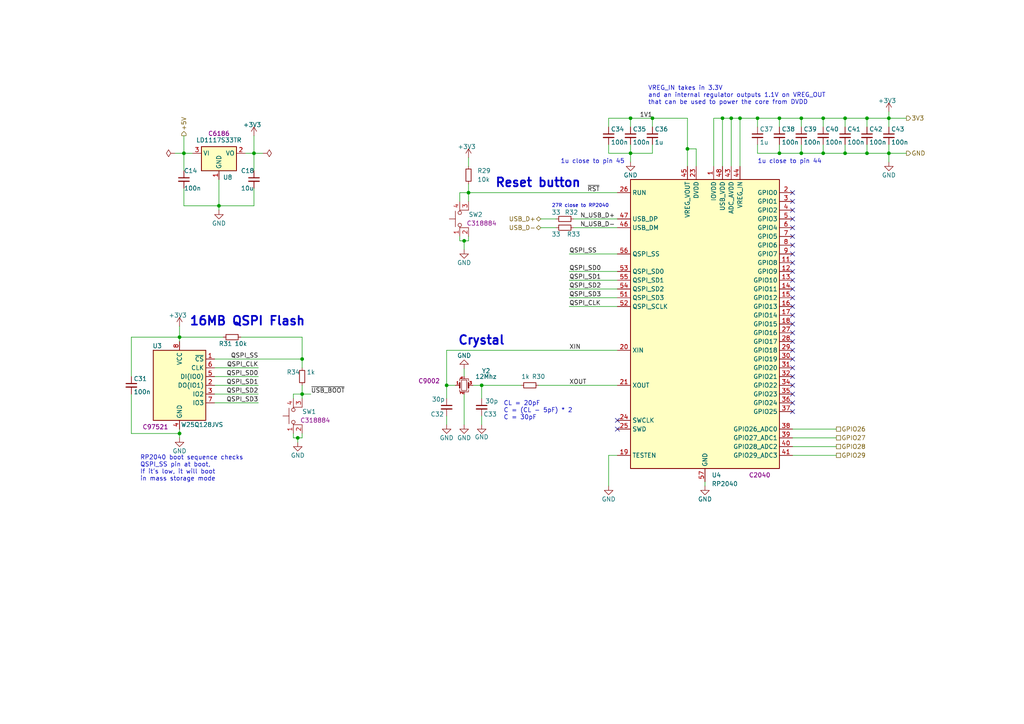
<source format=kicad_sch>
(kicad_sch (version 20230121) (generator eeschema)
  (paper "A4")
  (title_block (title "RP2040 - Volumer") (date "2023-11-13") (rev "1.0") (company "Jonas S."))
  (lib_symbols
    (symbol "Device:C_Small" (pin_numbers hide) (pin_names (offset 0.254) hide)
      (property "Reference" "C" (at 0.254 1.778 0))
      (property "Value" "C_Small" (at 0.254 -2.032 0))
      (symbol "C_Small_0_1"
        (polyline (pts (xy -1.524 -0.508) (xy 1.524 -0.508)) (stroke (width 0.3302)))
        (polyline (pts (xy -1.524 0.508) (xy 1.524 0.508)) (stroke (width 0.3048)))
      )
      (symbol "C_Small_1_1"
        (pin passive line (at 0 2.54 270) (length 2.032) (name "~") (number "1"))
        (pin passive line (at 0 -2.54 90) (length 2.032) (name "~") (number "2"))
      )
    )
    (symbol "Device:Crystal_GND24_Small" (pin_names (offset 1.016) hide)
      (property "Reference" "Y" (at 1.27 4.445 0))
      (property "Value" "Crystal_GND24_Small" (at 1.27 2.54 0))
      (symbol "Crystal_GND24_Small_0_1"
        (rectangle (start -0.762 -1.524) (end 0.762 1.524))
        (polyline (pts (xy -1.27 -0.762) (xy -1.27 0.762)) (stroke (width 0.381)))
        (polyline (pts (xy 1.27 -0.762) (xy 1.27 0.762)) (stroke (width 0.381)))
        (polyline (pts (xy -1.27 -1.27) (xy -1.27 -1.905) (xy 1.27 -1.905) (xy 1.27 -1.27)))
        (polyline (pts (xy -1.27 1.27) (xy -1.27 1.905) (xy 1.27 1.905) (xy 1.27 1.27)))
      )
      (symbol "Crystal_GND24_Small_1_1"
        (pin passive line (at -2.54 0 0) (length 1.27) (name "1") (number "1"))
        (pin passive line (at 0 -2.54 90) (length 0.635) (name "2") (number "2"))
        (pin passive line (at 2.54 0 180) (length 1.27) (name "3") (number "3"))
        (pin passive line (at 0 2.54 270) (length 0.635) (name "4") (number "4"))
      )
    )
    (symbol "Device:R_Small" (pin_numbers hide) (pin_names (offset 0.254) hide)
      (property "Reference" "R" (at 0.762 0.508 0))
      (property "Value" "R_Small" (at 0.762 -1.016 0))
      (symbol "R_Small_0_1"
        (rectangle (start -0.762 1.778) (end 0.762 -1.778) (stroke (width 0.2032)))
      )
      (symbol "R_Small_1_1"
        (pin passive line (at 0 2.54 270) (length 0.762) (name "~") (number "1"))
        (pin passive line (at 0 -2.54 90) (length 0.762) (name "~") (number "2"))
      )
    )
    (symbol "MCU_RaspberryPi:RP2040"
      (property "Reference" "U" (at 17.78 45.72 0))
      (property "Value" "RP2040" (at 17.78 43.18 0))
      (symbol "RP2040_0_1"
        (rectangle (start -21.59 41.91) (end 21.59 -41.91) (stroke (width 0.254)) (fill (type background)))
      )
      (symbol "RP2040_1_1"
        (pin power_in line (at 2.54 45.72 270) (length 3.81) (name "IOVDD") (number "1"))
        (pin passive line (at 2.54 45.72 270) (length 3.81) hide (name "IOVDD") (number "10"))
        (pin bidirectional line (at 25.4 17.78 180) (length 3.81) (name "GPIO8") (number "11"))
        (pin bidirectional line (at 25.4 15.24 180) (length 3.81) (name "GPIO9") (number "12"))
        (pin bidirectional line (at 25.4 12.7 180) (length 3.81) (name "GPIO10") (number "13"))
        (pin bidirectional line (at 25.4 10.16 180) (length 3.81) (name "GPIO11") (number "14"))
        (pin bidirectional line (at 25.4 7.62 180) (length 3.81) (name "GPIO12") (number "15"))
        (pin bidirectional line (at 25.4 5.08 180) (length 3.81) (name "GPIO13") (number "16"))
        (pin bidirectional line (at 25.4 2.54 180) (length 3.81) (name "GPIO14") (number "17"))
        (pin bidirectional line (at 25.4 0 180) (length 3.81) (name "GPIO15") (number "18"))
        (pin input line (at -25.4 -38.1 0) (length 3.81) (name "TESTEN") (number "19"))
        (pin bidirectional line (at 25.4 38.1 180) (length 3.81) (name "GPIO0") (number "2"))
        (pin input line (at -25.4 -7.62 0) (length 3.81) (name "XIN") (number "20"))
        (pin passive line (at -25.4 -17.78 0) (length 3.81) (name "XOUT") (number "21"))
        (pin passive line (at 2.54 45.72 270) (length 3.81) hide (name "IOVDD") (number "22"))
        (pin power_in line (at -2.54 45.72 270) (length 3.81) (name "DVDD") (number "23"))
        (pin input line (at -25.4 -27.94 0) (length 3.81) (name "SWCLK") (number "24"))
        (pin bidirectional line (at -25.4 -30.48 0) (length 3.81) (name "SWD") (number "25"))
        (pin input line (at -25.4 38.1 0) (length 3.81) (name "RUN") (number "26"))
        (pin bidirectional line (at 25.4 -2.54 180) (length 3.81) (name "GPIO16") (number "27"))
        (pin bidirectional line (at 25.4 -5.08 180) (length 3.81) (name "GPIO17") (number "28"))
        (pin bidirectional line (at 25.4 -7.62 180) (length 3.81) (name "GPIO18") (number "29"))
        (pin bidirectional line (at 25.4 35.56 180) (length 3.81) (name "GPIO1") (number "3"))
        (pin bidirectional line (at 25.4 -10.16 180) (length 3.81) (name "GPIO19") (number "30"))
        (pin bidirectional line (at 25.4 -12.7 180) (length 3.81) (name "GPIO20") (number "31"))
        (pin bidirectional line (at 25.4 -15.24 180) (length 3.81) (name "GPIO21") (number "32"))
        (pin passive line (at 2.54 45.72 270) (length 3.81) hide (name "IOVDD") (number "33"))
        (pin bidirectional line (at 25.4 -17.78 180) (length 3.81) (name "GPIO22") (number "34"))
        (pin bidirectional line (at 25.4 -20.32 180) (length 3.81) (name "GPIO23") (number "35"))
        (pin bidirectional line (at 25.4 -22.86 180) (length 3.81) (name "GPIO24") (number "36"))
        (pin bidirectional line (at 25.4 -25.4 180) (length 3.81) (name "GPIO25") (number "37"))
        (pin bidirectional line (at 25.4 -30.48 180) (length 3.81) (name "GPIO26_ADC0") (number "38"))
        (pin bidirectional line (at 25.4 -33.02 180) (length 3.81) (name "GPIO27_ADC1") (number "39"))
        (pin bidirectional line (at 25.4 33.02 180) (length 3.81) (name "GPIO2") (number "4"))
        (pin bidirectional line (at 25.4 -35.56 180) (length 3.81) (name "GPIO28_ADC2") (number "40"))
        (pin bidirectional line (at 25.4 -38.1 180) (length 3.81) (name "GPIO29_ADC3") (number "41"))
        (pin passive line (at 2.54 45.72 270) (length 3.81) hide (name "IOVDD") (number "42"))
        (pin power_in line (at 7.62 45.72 270) (length 3.81) (name "ADC_AVDD") (number "43"))
        (pin power_in line (at 10.16 45.72 270) (length 3.81) (name "VREG_IN") (number "44"))
        (pin power_out line (at -5.08 45.72 270) (length 3.81) (name "VREG_VOUT") (number "45"))
        (pin bidirectional line (at -25.4 27.94 0) (length 3.81) (name "USB_DM") (number "46"))
        (pin bidirectional line (at -25.4 30.48 0) (length 3.81) (name "USB_DP") (number "47"))
        (pin power_in line (at 5.08 45.72 270) (length 3.81) (name "USB_VDD") (number "48"))
        (pin passive line (at 2.54 45.72 270) (length 3.81) hide (name "IOVDD") (number "49"))
        (pin bidirectional line (at 25.4 30.48 180) (length 3.81) (name "GPIO3") (number "5"))
        (pin passive line (at -2.54 45.72 270) (length 3.81) hide (name "DVDD") (number "50"))
        (pin bidirectional line (at -25.4 7.62 0) (length 3.81) (name "QSPI_SD3") (number "51"))
        (pin output line (at -25.4 5.08 0) (length 3.81) (name "QSPI_SCLK") (number "52"))
        (pin bidirectional line (at -25.4 15.24 0) (length 3.81) (name "QSPI_SD0") (number "53"))
        (pin bidirectional line (at -25.4 10.16 0) (length 3.81) (name "QSPI_SD2") (number "54"))
        (pin bidirectional line (at -25.4 12.7 0) (length 3.81) (name "QSPI_SD1") (number "55"))
        (pin bidirectional line (at -25.4 20.32 0) (length 3.81) (name "QSPI_SS") (number "56"))
        (pin power_in line (at 0 -45.72 90) (length 3.81) (name "GND") (number "57"))
        (pin bidirectional line (at 25.4 27.94 180) (length 3.81) (name "GPIO4") (number "6"))
        (pin bidirectional line (at 25.4 25.4 180) (length 3.81) (name "GPIO5") (number "7"))
        (pin bidirectional line (at 25.4 22.86 180) (length 3.81) (name "GPIO6") (number "8"))
        (pin bidirectional line (at 25.4 20.32 180) (length 3.81) (name "GPIO7") (number "9"))
      )
    )
    (symbol "Memory_Flash:W25Q128JVS"
      (property "Reference" "U" (at -8.89 8.89 0))
      (property "Value" "W25Q128JVS" (at 7.62 8.89 0))
      (symbol "W25Q128JVS_0_1"
        (rectangle (start -7.62 10.16) (end 7.62 -10.16) (stroke (width 0.254)) (fill (type background)))
      )
      (symbol "W25Q128JVS_1_1"
        (pin input line (at -10.16 7.62 0) (length 2.54) (name "~{CS}") (number "1"))
        (pin bidirectional line (at -10.16 0 0) (length 2.54) (name "DO(IO1)") (number "2"))
        (pin bidirectional line (at -10.16 -2.54 0) (length 2.54) (name "IO2") (number "3"))
        (pin power_in line (at 0 -12.7 90) (length 2.54) (name "GND") (number "4"))
        (pin bidirectional line (at -10.16 2.54 0) (length 2.54) (name "DI(IO0)") (number "5"))
        (pin input line (at -10.16 5.08 0) (length 2.54) (name "CLK") (number "6"))
        (pin bidirectional line (at -10.16 -5.08 0) (length 2.54) (name "IO3") (number "7"))
        (pin power_in line (at 0 12.7 270) (length 2.54) (name "VCC") (number "8"))
      )
    )
    (symbol "Regulator_Linear:LD1117S33TR_SOT223"
      (property "Reference" "U" (at -3.81 3.175 0))
      (property "Value" "LD1117S33TR_SOT223" (at 0 3.175 0))
      (symbol "LD1117S33TR_SOT223_0_1"
        (rectangle (start -5.08 -5.08) (end 5.08 1.905) (stroke (width 0.254)) (fill (type background)))
      )
      (symbol "LD1117S33TR_SOT223_1_1"
        (pin power_in line (at 0 -7.62 90) (length 2.54) (name "GND") (number "1"))
        (pin power_out line (at 7.62 0 180) (length 2.54) (name "VO") (number "2"))
        (pin power_in line (at -7.62 0 0) (length 2.54) (name "VI") (number "3"))
      )
    )
    (symbol "Switch:SW_MEC_5E" (pin_names (offset 1.016) hide)
      (property "Reference" "SW" (at 0.635 5.715 0))
      (property "Value" "SW_MEC_5E" (at 0 -3.175 0))
      (symbol "SW_MEC_5E_0_1"
        (circle (center -1.778 2.54) (radius 0.508))
        (polyline (pts (xy -2.286 3.81) (xy 2.286 3.81)))
        (polyline (pts (xy 0 3.81) (xy 0 5.588)))
        (polyline (pts (xy -2.54 0) (xy -2.54 2.54) (xy -2.286 2.54)))
        (polyline (pts (xy 2.54 0) (xy 2.54 2.54) (xy 2.286 2.54)))
        (circle (center 1.778 2.54) (radius 0.508))
        (pin passive line (at -5.08 2.54 0) (length 2.54) (name "1") (number "1"))
        (pin passive line (at -5.08 0 0) (length 2.54) (name "2") (number "2"))
        (pin passive line (at 5.08 0 180) (length 2.54) (name "K") (number "3"))
        (pin passive line (at 5.08 2.54 180) (length 2.54) (name "A") (number "4"))
      )
    )
    (symbol "power:+3V3" (power) (pin_names (offset 0))
      (property "Value" "+3V3" (at 0 3.556 0))
      (symbol "+3V3_0_1"
        (polyline (pts (xy -0.762 1.27) (xy 0 2.54)))
        (polyline (pts (xy 0 0) (xy 0 2.54)))
        (polyline (pts (xy 0 2.54) (xy 0.762 1.27)))
      )
      (symbol "+3V3_1_1"
        (pin power_in line (at 0 0 90) (length 0) hide (name "+3V3") (number "1"))
      )
    )
    (symbol "power:GND" (power) (pin_names (offset 0))
      (property "Value" "GND" (at 0 -3.81 0))
      (symbol "GND_0_1"
        (polyline (pts (xy 0 0) (xy 0 -1.27) (xy 1.27 -1.27) (xy 0 -2.54) (xy -1.27 -1.27) (xy 0 -1.27)))
      )
      (symbol "GND_1_1"
        (pin power_in line (at 0 0 270) (length 0) hide (name "GND") (number "1"))
      )
    )
    (symbol "power:PWR_FLAG" (power) (pin_numbers hide) (pin_names (offset 0) hide)
      (property "Value" "PWR_FLAG" (at 0 3.81 0))
      (symbol "PWR_FLAG_0_0"
        (pin power_out line (at 0 0 90) (length 0) (name "pwr") (number "1"))
      )
      (symbol "PWR_FLAG_0_1"
        (polyline (pts (xy 0 0) (xy 0 1.27) (xy -1.016 1.905) (xy 0 2.54) (xy 1.016 1.905) (xy 0 1.27)))
      )
    )
  )
  (junction (at 238.76 34.29))
  (junction (at 86.36 127))
  (junction (at 182.88 44.45))
  (junction (at 226.06 34.29))
  (junction (at 53.34 44.45))
  (junction (at 52.07 97.79))
  (junction (at 245.11 44.45))
  (junction (at 63.5 59.69))
  (junction (at 219.71 34.29))
  (junction (at 73.66 44.45))
  (junction (at 87.63 114.3))
  (junction (at 257.81 34.29))
  (junction (at 87.63 104.14))
  (junction (at 214.63 34.29))
  (junction (at 212.09 34.29))
  (junction (at 238.76 44.45))
  (junction (at 209.55 34.29))
  (junction (at 232.41 44.45))
  (junction (at 182.88 34.29))
  (junction (at 232.41 34.29))
  (junction (at 257.81 44.45))
  (junction (at 251.46 34.29))
  (junction (at 251.46 44.45))
  (junction (at 134.62 69.85))
  (junction (at 226.06 44.45))
  (junction (at 52.07 125.73))
  (junction (at 189.23 34.29))
  (junction (at 135.89 55.88))
  (junction (at 245.11 34.29))
  (junction (at 199.39 43.18))
  (junction (at 129.54 111.76))
  (junction (at 139.7 111.76))
  (no_connect (at 179.07 124.46))
  (no_connect (at 229.87 114.3))
  (no_connect (at 229.87 63.5))
  (no_connect (at 229.87 58.42))
  (no_connect (at 229.87 93.98))
  (no_connect (at 229.87 91.44))
  (no_connect (at 229.87 96.52))
  (no_connect (at 229.87 106.68))
  (no_connect (at 229.87 73.66))
  (no_connect (at 229.87 109.22))
  (no_connect (at 229.87 99.06))
  (no_connect (at 229.87 86.36))
  (no_connect (at 229.87 60.96))
  (no_connect (at 179.07 121.92))
  (no_connect (at 229.87 71.12))
  (no_connect (at 229.87 111.76))
  (no_connect (at 229.87 66.04))
  (no_connect (at 229.87 101.6))
  (no_connect (at 229.87 81.28))
  (no_connect (at 229.87 78.74))
  (no_connect (at 229.87 116.84))
  (no_connect (at 229.87 119.38))
  (no_connect (at 229.87 55.88))
  (no_connect (at 229.87 104.14))
  (no_connect (at 229.87 83.82))
  (no_connect (at 229.87 88.9))
  (no_connect (at 229.87 76.2))
  (no_connect (at 229.87 68.58))
  (wire (pts (xy 63.5 59.69) (xy 63.5 60.96)))
  (wire (pts (xy 74.93 106.68) (xy 62.23 106.68)))
  (wire (pts (xy 166.37 63.5) (xy 179.07 63.5)))
  (wire (pts (xy 63.5 52.07) (xy 63.5 59.69)))
  (wire (pts (xy 73.66 59.69) (xy 63.5 59.69)))
  (wire (pts (xy 156.845 63.5) (xy 161.29 63.5)))
  (wire (pts (xy 207.01 34.29) (xy 209.55 34.29)))
  (wire (pts (xy 189.23 44.45) (xy 182.88 44.45)))
  (wire (pts (xy 134.62 69.85) (xy 133.35 69.85)))
  (wire (pts (xy 232.41 34.29) (xy 238.76 34.29)))
  (wire (pts (xy 73.66 54.61) (xy 73.66 59.69)))
  (wire (pts (xy 182.88 34.29) (xy 182.88 36.83)))
  (wire (pts (xy 135.89 68.58) (xy 135.89 69.85)))
  (wire (pts (xy 87.63 111.76) (xy 87.63 114.3)))
  (wire (pts (xy 199.39 43.18) (xy 199.39 34.29)))
  (wire (pts (xy 137.16 111.76) (xy 139.7 111.76)))
  (wire (pts (xy 245.11 41.91) (xy 245.11 44.45)))
  (wire (pts (xy 219.71 34.29) (xy 226.06 34.29)))
  (wire (pts (xy 257.81 44.45) (xy 262.89 44.45)))
  (wire (pts (xy 257.81 32.385) (xy 257.81 34.29)))
  (wire (pts (xy 87.63 114.3) (xy 85.09 114.3)))
  (wire (pts (xy 53.34 59.69) (xy 63.5 59.69)))
  (wire (pts (xy 165.1 83.82) (xy 179.07 83.82)))
  (wire (pts (xy 74.93 109.22) (xy 62.23 109.22)))
  (wire (pts (xy 74.93 114.3) (xy 62.23 114.3)))
  (wire (pts (xy 135.89 69.85) (xy 134.62 69.85)))
  (wire (pts (xy 53.34 54.61) (xy 53.34 59.69)))
  (wire (pts (xy 201.93 43.18) (xy 199.39 43.18)))
  (wire (pts (xy 129.54 111.76) (xy 132.08 111.76)))
  (wire (pts (xy 226.06 34.29) (xy 226.06 36.83)))
  (wire (pts (xy 74.93 111.76) (xy 62.23 111.76)))
  (wire (pts (xy 229.87 132.08) (xy 242.57 132.08)))
  (wire (pts (xy 85.09 114.3) (xy 85.09 115.57)))
  (wire (pts (xy 212.09 34.29) (xy 214.63 34.29)))
  (wire (pts (xy 176.53 132.08) (xy 176.53 140.97)))
  (wire (pts (xy 38.1 114.3) (xy 38.1 125.73)))
  (wire (pts (xy 87.63 114.3) (xy 90.17 114.3)))
  (wire (pts (xy 257.81 34.29) (xy 262.89 34.29)))
  (wire (pts (xy 229.87 124.46) (xy 242.57 124.46)))
  (wire (pts (xy 199.39 48.26) (xy 199.39 43.18)))
  (wire (pts (xy 212.09 48.26) (xy 212.09 34.29)))
  (wire (pts (xy 207.01 48.26) (xy 207.01 34.29)))
  (wire (pts (xy 62.23 104.14) (xy 87.63 104.14)))
  (wire (pts (xy 74.93 116.84) (xy 62.23 116.84)))
  (wire (pts (xy 229.87 129.54) (xy 242.57 129.54)))
  (wire (pts (xy 38.1 97.79) (xy 38.1 109.22)))
  (wire (pts (xy 245.11 34.29) (xy 251.46 34.29)))
  (wire (pts (xy 214.63 34.29) (xy 219.71 34.29)))
  (wire (pts (xy 87.63 104.14) (xy 87.63 106.68)))
  (wire (pts (xy 134.62 106.934) (xy 134.62 109.22)))
  (wire (pts (xy 214.63 34.29) (xy 214.63 48.26)))
  (wire (pts (xy 50.8 44.45) (xy 53.34 44.45)))
  (wire (pts (xy 52.07 97.79) (xy 38.1 97.79)))
  (wire (pts (xy 226.06 41.91) (xy 226.06 44.45)))
  (wire (pts (xy 189.23 34.29) (xy 189.23 36.83)))
  (wire (pts (xy 204.47 139.7) (xy 204.47 140.97)))
  (wire (pts (xy 52.07 94.615) (xy 52.07 97.79)))
  (wire (pts (xy 165.1 88.9) (xy 179.07 88.9)))
  (wire (pts (xy 245.11 44.45) (xy 251.46 44.45)))
  (wire (pts (xy 129.54 115.57) (xy 129.54 111.76)))
  (wire (pts (xy 189.23 41.91) (xy 189.23 44.45)))
  (wire (pts (xy 135.89 55.88) (xy 179.07 55.88)))
  (wire (pts (xy 129.54 101.6) (xy 129.54 111.76)))
  (wire (pts (xy 238.76 41.91) (xy 238.76 44.45)))
  (wire (pts (xy 232.41 34.29) (xy 226.06 34.29)))
  (wire (pts (xy 165.1 78.74) (xy 179.07 78.74)))
  (wire (pts (xy 251.46 34.29) (xy 257.81 34.29)))
  (wire (pts (xy 156.845 66.04) (xy 161.29 66.04)))
  (wire (pts (xy 176.53 34.29) (xy 182.88 34.29)))
  (wire (pts (xy 232.41 44.45) (xy 226.06 44.45)))
  (wire (pts (xy 139.7 111.76) (xy 139.7 115.57)))
  (wire (pts (xy 176.53 41.91) (xy 176.53 44.45)))
  (wire (pts (xy 135.89 53.34) (xy 135.89 55.88)))
  (wire (pts (xy 245.11 34.29) (xy 245.11 36.83)))
  (wire (pts (xy 229.87 127) (xy 242.57 127)))
  (wire (pts (xy 251.46 41.91) (xy 251.46 44.45)))
  (wire (pts (xy 209.55 34.29) (xy 209.55 48.26)))
  (wire (pts (xy 139.7 111.76) (xy 151.13 111.76)))
  (wire (pts (xy 87.63 125.73) (xy 87.63 127)))
  (wire (pts (xy 232.41 41.91) (xy 232.41 44.45)))
  (wire (pts (xy 53.34 44.45) (xy 53.34 49.53)))
  (wire (pts (xy 165.1 81.28) (xy 179.07 81.28)))
  (wire (pts (xy 87.63 97.79) (xy 87.63 104.14)))
  (wire (pts (xy 209.55 34.29) (xy 212.09 34.29)))
  (wire (pts (xy 52.07 97.79) (xy 52.07 99.06)))
  (wire (pts (xy 133.35 55.88) (xy 135.89 55.88)))
  (wire (pts (xy 156.21 111.76) (xy 179.07 111.76)))
  (wire (pts (xy 69.85 97.79) (xy 87.63 97.79)))
  (wire (pts (xy 86.36 127) (xy 86.36 128.27)))
  (wire (pts (xy 133.35 69.85) (xy 133.35 68.58)))
  (wire (pts (xy 133.35 58.42) (xy 133.35 55.88)))
  (wire (pts (xy 219.71 44.45) (xy 226.06 44.45)))
  (wire (pts (xy 238.76 34.29) (xy 238.76 36.83)))
  (wire (pts (xy 251.46 44.45) (xy 257.81 44.45)))
  (wire (pts (xy 179.07 132.08) (xy 176.53 132.08)))
  (wire (pts (xy 134.62 114.3) (xy 134.62 123.19)))
  (wire (pts (xy 219.71 34.29) (xy 219.71 36.83)))
  (wire (pts (xy 238.76 34.29) (xy 245.11 34.29)))
  (wire (pts (xy 53.34 39.37) (xy 53.34 44.45)))
  (wire (pts (xy 38.1 125.73) (xy 52.07 125.73)))
  (wire (pts (xy 85.09 125.73) (xy 85.09 127)))
  (wire (pts (xy 251.46 34.29) (xy 251.46 36.83)))
  (wire (pts (xy 257.81 44.45) (xy 257.81 46.99)))
  (wire (pts (xy 201.93 48.26) (xy 201.93 43.18)))
  (wire (pts (xy 166.37 66.04) (xy 179.07 66.04)))
  (wire (pts (xy 189.23 34.29) (xy 199.39 34.29)))
  (wire (pts (xy 53.34 44.45) (xy 55.88 44.45)))
  (wire (pts (xy 135.89 45.72) (xy 135.89 48.26)))
  (wire (pts (xy 182.88 44.45) (xy 176.53 44.45)))
  (wire (pts (xy 139.7 123.19) (xy 139.7 120.65)))
  (wire (pts (xy 85.09 127) (xy 86.36 127)))
  (wire (pts (xy 73.66 39.37) (xy 73.66 44.45)))
  (wire (pts (xy 71.12 44.45) (xy 73.66 44.45)))
  (wire (pts (xy 129.54 123.19) (xy 129.54 120.65)))
  (wire (pts (xy 232.41 34.29) (xy 232.41 36.83)))
  (wire (pts (xy 73.66 44.45) (xy 76.2 44.45)))
  (wire (pts (xy 182.88 34.29) (xy 189.23 34.29)))
  (wire (pts (xy 87.63 127) (xy 86.36 127)))
  (wire (pts (xy 182.88 41.91) (xy 182.88 44.45)))
  (wire (pts (xy 52.07 125.73) (xy 52.07 127)))
  (wire (pts (xy 165.1 73.66) (xy 179.07 73.66)))
  (wire (pts (xy 219.71 41.91) (xy 219.71 44.45)))
  (wire (pts (xy 87.63 114.3) (xy 87.63 115.57)))
  (wire (pts (xy 238.76 44.45) (xy 232.41 44.45)))
  (wire (pts (xy 129.54 101.6) (xy 179.07 101.6)))
  (wire (pts (xy 257.81 41.91) (xy 257.81 44.45)))
  (wire (pts (xy 52.07 97.79) (xy 64.77 97.79)))
  (wire (pts (xy 176.53 34.29) (xy 176.53 36.83)))
  (wire (pts (xy 165.1 86.36) (xy 179.07 86.36)))
  (wire (pts (xy 73.66 44.45) (xy 73.66 49.53)))
  (wire (pts (xy 182.88 44.45) (xy 182.88 46.99)))
  (wire (pts (xy 238.76 44.45) (xy 245.11 44.45)))
  (wire (pts (xy 135.89 55.88) (xy 135.89 58.42)))
  (wire (pts (xy 52.07 124.46) (xy 52.07 125.73)))
  (wire (pts (xy 134.62 69.85) (xy 134.62 72.39)))
  (wire (pts (xy 257.81 34.29) (xy 257.81 36.83)))
  (text "1u close to pin 45" (at 162.56 47.625 0) (effects (font (size 1.27 1.27)) (justify left bottom)))
  (text "1u close to pin 44" (at 219.71 47.625 0) (effects (font (size 1.27 1.27)) (justify left bottom)))
  (text "27R close to RP2040" (at 160.02 60.325 0) (effects (font (size 1 1)) (justify left bottom)))
  (text "RP2040 boot sequence checks\nQSPI_SS pin at boot,\nIf it's low, it will boot\nin mass storage mode" (at 40.64 139.7 0) (effects (font (size 1.27 1.27)) (justify left bottom)))
  (text "Crystal" (at 132.715 100.33 0) (effects (font (size 2.54 2.54) (thickness 0.508) bold) (justify left bottom)))
  (text "Reset button" (at 143.51 54.61 0) (effects (font (size 2.54 2.54) (thickness 0.508) bold) (justify left bottom)))
  (text "16MB QSPI Flash" (at 54.864 94.742 0) (effects (font (size 2.54 2.54) (thickness 0.508) bold) (justify left bottom)))
  (text "VREG_IN takes in 3.3V\nand an internal regulator outputs 1.1V on VREG_OUT\nthat can be used to power the core from DVDD" (at 187.96 30.48 0) (effects (font (size 1.27 1.27)) (justify left bottom)))
  (text "CL = 20pF\nC = (CL - 5pF) * 2 \nC = 30pF" (at 146.05 121.92 0) (effects (font (size 1.27 1.27)) (justify left bottom)))
  (label "QSPI_SD2" (at 74.93 114.3 180))
  (label "N_USB_D+" (at 168.275 63.5 0))
  (label "1V1" (at 189.23 34.29 180))
  (label "QSPI_SD0" (at 165.1 78.74 0))
  (label "~{USB_BOOT}" (at 90.17 114.3 0))
  (label "QSPI_SD1" (at 165.1 81.28 0))
  (label "QSPI_SD1" (at 74.93 111.76 180))
  (label "QSPI_CLK" (at 74.93 106.68 180))
  (label "QSPI_SD0" (at 74.93 109.22 180))
  (label "QSPI_SD3" (at 74.93 116.84 180))
  (label "N_USB_D-" (at 168.275 66.04 0))
  (label "QSPI_SD2" (at 165.1 83.82 0))
  (label "QSPI_CLK" (at 165.1 88.9 0))
  (label "~{RST}" (at 173.99 55.88 180))
  (label "QSPI_SD3" (at 165.1 86.36 0))
  (label "XOUT" (at 165.1 111.76 0))
  (label "XIN" (at 165.1 101.6 0))
  (label "QSPI_SS" (at 74.93 104.14 180))
  (label "QSPI_SS" (at 165.1 73.66 0))
  (hierarchical_label "3V3" (shape output) (at 262.89 34.29 0))
  (hierarchical_label "GND" (shape output) (at 262.89 44.45 0))
  (hierarchical_label "+5V" (shape output) (at 53.34 39.37 90))
  (hierarchical_label "USB_D+" (shape bidirectional) (at 156.845 63.5 180))
  (hierarchical_label "USB_D-" (shape bidirectional) (at 156.845 66.04 180))
  (hierarchical_label "GPIO27" (shape passive) (at 242.57 127 0))
  (hierarchical_label "GPIO26" (shape passive) (at 242.57 124.46 0))
  (hierarchical_label "GPIO29" (shape passive) (at 242.57 132.08 0))
  (hierarchical_label "GPIO28" (shape passive) (at 242.57 129.54 0))
  (symbol (lib_id "Device:C_Small") (at 226.06 39.37 0) (unit 1)
    (property "Reference" "C38" (at 226.695 37.465 0) (effects (justify left)))
    (property "Value" "100n" (at 226.695 41.275 0) (effects (justify left)))
    (property "Footprint" "Capacitor_SMD:C_0603_1608Metric" (effects hide))
    (property "LCSC" "C14663" (effects hide))
    (instances (project "rp2040_board" (path "" (reference "C38") (unit 1))) (project "volumer_v1.0" (path "" (reference "C31") (unit 1)) (path "" (reference "C10") (unit 1))) (project "barp" (path "" (reference "C7") (unit 1))))
  )
  (symbol (lib_id "Device:R_Small") (at 87.63 109.22 180) (unit 1)
    (property "Reference" "R34" (at 85.09 107.95 0))
    (property "Value" "1k" (at 90.17 107.95 0))
    (property "Footprint" "Resistor_SMD:R_0603_1608Metric" (effects hide))
    (property "LCSC" "C21190" (effects hide))
    (instances (project "rp2040_board" (path "" (reference "R34") (unit 1))) (project "volumer_v1.0" (path "" (reference "R18") (unit 1)) (path "" (reference "R4") (unit 1))) (project "barp" (path "" (reference "R6") (unit 1))))
  )
  (symbol (lib_id "power:GND") (at 52.07 127 0) (unit 1)
    (property "Reference" "#PWR033" (effects hide))
    (property "Value" "GND" (at 52.07 130.81 0))
    (instances (project "rp2040_board" (path "" (reference "#PWR033") (unit 1))) (project "volumer_v1.0" (path "" (reference "#PWR039") (unit 1)) (path "" (reference "#PWR016") (unit 1))) (project "barp" (path "" (reference "#PWR08") (unit 1))))
  )
  (symbol (lib_id "Device:R_Small") (at 163.83 63.5 270) (unit 1)
    (property "Reference" "R32" (at 165.735 61.595 90))
    (property "Value" "33" (at 161.29 61.595 90))
    (property "Footprint" "Resistor_SMD:R_0603_1608Metric" (effects hide))
    (property "LCSC" "C23140" (effects hide))
    (instances (project "rp2040_board" (path "" (reference "R32") (unit 1))) (project "volumer_v1.0" (path "" (reference "R21") (unit 1)) (path "" (reference "R7") (unit 1))) (project "barp" (path "" (reference "R3") (unit 1))))
  )
  (symbol (lib_id "Device:R_Small") (at 163.83 66.04 270) (unit 1)
    (property "Reference" "R33" (at 166.37 67.945 90))
    (property "Value" "33" (at 161.29 67.945 90))
    (property "Footprint" "Resistor_SMD:R_0603_1608Metric" (effects hide))
    (property "LCSC" "C23140" (effects hide))
    (instances (project "rp2040_board" (path "" (reference "R33") (unit 1))) (project "volumer_v1.0" (path "" (reference "R22") (unit 1)) (path "" (reference "R8") (unit 1))) (project "barp" (path "" (reference "R4") (unit 1))))
  )
  (symbol (lib_id "power:GND") (at 176.53 140.97 0) (unit 1)
    (property "Reference" "#PWR034" (effects hide))
    (property "Value" "GND" (at 176.53 144.78 0))
    (instances (project "rp2040_board" (path "" (reference "#PWR034") (unit 1))) (project "volumer_v1.0" (path "" (reference "#PWR051") (unit 1)) (path "" (reference "#PWR026") (unit 1))) (project "barp" (path "" (reference "#PWR04") (unit 1))))
  )
  (symbol (lib_id "power:GND") (at 129.54 123.19 0) (unit 1)
    (property "Reference" "#PWR031" (effects hide))
    (property "Value" "GND" (at 129.54 127 0))
    (instances (project "rp2040_board" (path "" (reference "#PWR031") (unit 1))) (project "volumer_v1.0" (path "" (reference "#PWR045") (unit 1)) (path "" (reference "#PWR020") (unit 1))) (project "barp" (path "" (reference "#PWR02") (unit 1))))
  )
  (symbol (lib_id "power:GND") (at 257.81 46.99 0) (unit 1)
    (property "Reference" "#PWR037" (effects hide))
    (property "Value" "GND" (at 257.81 50.8 0))
    (instances (project "rp2040_board" (path "" (reference "#PWR037") (unit 1))) (project "volumer_v1.0" (path "" (reference "#PWR055") (unit 1)) (path "" (reference "#PWR030") (unit 1))) (project "barp" (path "" (reference "#PWR07") (unit 1))))
  )
  (symbol (lib_id "Device:C_Small") (at 219.71 39.37 0) (unit 1)
    (property "Reference" "C37" (at 220.345 37.465 0) (effects (justify left)))
    (property "Value" "1u" (at 220.345 41.275 0) (effects (justify left)))
    (property "Footprint" "Capacitor_SMD:C_0603_1608Metric" (effects hide))
    (property "LCSC" "C15849" (effects hide))
    (instances (project "rp2040_board" (path "" (reference "C37") (unit 1))) (project "volumer_v1.0" (path "" (reference "C30") (unit 1)) (path "" (reference "C9") (unit 1))) (project "barp" (path "" (reference "C6") (unit 1))))
  )
  (symbol (lib_id "power:GND") (at 204.47 140.97 0) (unit 1)
    (property "Reference" "#PWR036" (effects hide))
    (property "Value" "GND" (at 204.47 144.78 0))
    (instances (project "rp2040_board" (path "" (reference "#PWR036") (unit 1))) (project "volumer_v1.0" (path "" (reference "#PWR053") (unit 1)) (path "" (reference "#PWR028") (unit 1))) (project "barp" (path "" (reference "#PWR06") (unit 1))))
  )
  (symbol (lib_id "Regulator_Linear:LD1117S33TR_SOT223") (at 63.5 44.45 0) (unit 1)
    (property "Reference" "U8" (at 66.04 51.435 0))
    (property "Value" "LD1117S33TR" (at 63.5 40.64 0))
    (property "Footprint" "Package_TO_SOT_SMD:SOT-223-3_TabPin2" (effects hide))
    (property "Datasheet" "http://www.st.com/st-web-ui/static/active/en/resource/technical/document/datasheet/CD00000544.pdf" (effects hide))
    (property "LCSC" "C6186" (at 63.5 38.735 0))
    (instances (project "volumer_v1.0" (path "" (reference "U8") (unit 1)) (path "" (reference "U2") (unit 1))) (project "barp" (path "" (reference "U1") (unit 1))))
  )
  (symbol (lib_id "power:+3V3") (at 257.81 32.385 0) (unit 1)
    (property "Reference" "#PWR054" (effects hide))
    (property "Value" "+3V3" (at 254.635 29.21 0) (effects (justify left)))
    (instances (project "volumer_v1.0" (path "" (reference "#PWR054") (unit 1)) (path "" (reference "#PWR029") (unit 1))) (project "barp" (path "" (reference "#PWR021") (unit 1))))
  )
  (symbol (lib_id "power:+3V3") (at 52.07 94.615 0) (unit 1)
    (property "Reference" "#PWR038" (effects hide))
    (property "Value" "+3V3" (at 48.895 91.44 0) (effects (justify left)))
    (instances (project "volumer_v1.0" (path "" (reference "#PWR038") (unit 1)) (path "" (reference "#PWR015") (unit 1))) (project "barp" (path "" (reference "#PWR019") (unit 1))))
  )
  (symbol (lib_id "Device:C_Small") (at 257.81 39.37 0) (unit 1)
    (property "Reference" "C43" (at 258.445 37.465 0) (effects (justify left)))
    (property "Value" "100n" (at 258.445 41.275 0) (effects (justify left)))
    (property "Footprint" "Capacitor_SMD:C_0603_1608Metric" (effects hide))
    (property "LCSC" "C14663" (effects hide))
    (instances (project "rp2040_board" (path "" (reference "C43") (unit 1))) (project "volumer_v1.0" (path "" (reference "C36") (unit 1)) (path "" (reference "C15") (unit 1))) (project "barp" (path "" (reference "C12") (unit 1))))
  )
  (symbol (lib_id "Device:R_Small") (at 153.67 111.76 270) (unit 1)
    (property "Reference" "R30" (at 156.21 109.22 90))
    (property "Value" "1k" (at 152.4 109.22 90))
    (property "Footprint" "Resistor_SMD:R_0603_1608Metric" (effects hide))
    (property "LCSC" "C21190" (effects hide))
    (instances (project "rp2040_board" (path "" (reference "R30") (unit 1))) (project "volumer_v1.0" (path "" (reference "R20") (unit 1)) (path "" (reference "R6") (unit 1))) (project "barp" (path "" (reference "R2") (unit 1))))
  )
  (symbol (lib_id "MCU_RaspberryPi:RP2040") (at 204.47 93.98 0) (unit 1)
    (property "Reference" "U4" (at 206.4259 137.795 0) (effects (justify left)))
    (property "Value" "RP2040" (at 206.4259 140.335 0) (effects (justify left)))
    (property "Footprint" "Package_DFN_QFN:QFN-56-1EP_7x7mm_P0.4mm_EP3.2x3.2mm" (effects hide))
    (property "Datasheet" "https://datasheets.raspberrypi.com/rp2040/rp2040-datasheet.pdf" (effects hide))
    (property "LCSC" "C2040" (at 220.345 137.795 0))
    (instances (project "rp2040_board" (path "" (reference "U4") (unit 1))) (project "volumer_v1.0" (path "" (reference "U9") (unit 1)) (path "" (reference "U3") (unit 1))) (project "barp" (path "" (reference "U2") (unit 1))))
  )
  (symbol (lib_id "Device:C_Small") (at 189.23 39.37 0) (unit 1)
    (property "Reference" "C36" (at 189.865 37.465 0) (effects (justify left)))
    (property "Value" "1u" (at 189.865 41.275 0) (effects (justify left)))
    (property "Footprint" "Capacitor_SMD:C_0603_1608Metric" (effects hide))
    (property "LCSC" "C15849" (effects hide))
    (instances (project "rp2040_board" (path "" (reference "C36") (unit 1))) (project "volumer_v1.0" (path "" (reference "C29") (unit 1)) (path "" (reference "C8") (unit 1))) (project "barp" (path "" (reference "C5") (unit 1))))
  )
  (symbol (lib_id "power:GND") (at 63.5 60.96 0) (unit 1)
    (property "Reference" "#PWR07" (effects hide))
    (property "Value" "GND" (at 63.5 64.77 0))
    (instances (project "rp2040_board" (path "" (reference "#PWR07") (unit 1)) (path "" (reference "#PWR029") (unit 1))) (project "volumer_v1.0" (path "" (reference "#PWR040") (unit 1)) (path "" (reference "#PWR017") (unit 1))) (project "barp" (path "" (reference "#PWR014") (unit 1))))
  )
  (symbol (lib_id "Device:C_Small") (at 245.11 39.37 0) (unit 1)
    (property "Reference" "C41" (at 245.745 37.465 0) (effects (justify left)))
    (property "Value" "100n" (at 245.745 41.275 0) (effects (justify left)))
    (property "Footprint" "Capacitor_SMD:C_0603_1608Metric" (effects hide))
    (property "LCSC" "C14663" (effects hide))
    (instances (project "rp2040_board" (path "" (reference "C41") (unit 1))) (project "volumer_v1.0" (path "" (reference "C34") (unit 1)) (path "" (reference "C13") (unit 1))) (project "barp" (path "" (reference "C10") (unit 1))))
  )
  (symbol (lib_id "power:GND") (at 139.7 123.19 0) (unit 1)
    (property "Reference" "#PWR032" (effects hide))
    (property "Value" "GND" (at 139.7 126.746 0))
    (instances (project "rp2040_board" (path "" (reference "#PWR032") (unit 1))) (project "volumer_v1.0" (path "" (reference "#PWR050") (unit 1)) (path "" (reference "#PWR025") (unit 1))) (project "barp" (path "" (reference "#PWR03") (unit 1))))
  )
  (symbol (lib_id "power:GND") (at 134.62 72.39 0) (unit 1)
    (property "Reference" "#PWR030" (effects hide))
    (property "Value" "GND" (at 134.62 76.2 0))
    (instances (project "rp2040_board" (path "" (reference "#PWR030") (unit 1))) (project "volumer_v1.0" (path "" (reference "#PWR049") (unit 1)) (path "" (reference "#PWR021") (unit 1))) (project "barp" (path "" (reference "#PWR01") (unit 1))))
  )
  (symbol (lib_id "Device:C_Small") (at 232.41 39.37 0) (unit 1)
    (property "Reference" "C39" (at 233.045 37.465 0) (effects (justify left)))
    (property "Value" "100n" (at 233.045 41.275 0) (effects (justify left)))
    (property "Footprint" "Capacitor_SMD:C_0603_1608Metric" (effects hide))
    (property "LCSC" "C14663" (effects hide))
    (instances (project "rp2040_board" (path "" (reference "C39") (unit 1))) (project "volumer_v1.0" (path "" (reference "C32") (unit 1)) (path "" (reference "C11") (unit 1))) (project "barp" (path "" (reference "C8") (unit 1))))
  )
  (symbol (lib_id "Device:R_Small") (at 135.89 50.8 0) (unit 1)
    (property "Reference" "R29" (at 138.43 49.53 0) (effects (justify left)))
    (property "Value" "10k" (at 138.43 52.07 0) (effects (justify left)))
    (property "Footprint" "Resistor_SMD:R_0603_1608Metric" (effects hide))
    (property "LCSC" "C25804" (effects hide))
    (instances (project "rp2040_board" (path "" (reference "R29") (unit 1))) (project "volumer_v1.0" (path "" (reference "R19") (unit 1)) (path "" (reference "R5") (unit 1))) (project "barp" (path "" (reference "R1") (unit 1))))
  )
  (symbol (lib_id "power:+3V3") (at 73.66 39.37 0) (unit 1)
    (property "Reference" "#PWR042" (effects hide))
    (property "Value" "+3V3" (at 70.485 36.195 0) (effects (justify left)))
    (instances (project "volumer_v1.0" (path "" (reference "#PWR042") (unit 1)) (path "" (reference "#PWR018") (unit 1))) (project "barp" (path "" (reference "#PWR016") (unit 1))))
  )
  (symbol (lib_id "power:PWR_FLAG") (at 50.8 44.45 90) (unit 1)
    (property "Reference" "#FLG04" (effects hide))
    (property "Value" "PWR_FLAG" (effects hide))
    (instances (project "rp2040_board" (path "" (reference "#FLG04") (unit 1))) (project "volumer_v1.0" (path "" (reference "#FLG03") (unit 1)) (path "" (reference "#FLG01") (unit 1))) (project "barp" (path "" (reference "#FLG01") (unit 1))))
  )
  (symbol (lib_id "Device:C_Small") (at 73.66 52.07 0) (unit 1)
    (property "Reference" "C18" (at 69.85 49.53 0) (effects (justify left)))
    (property "Value" "10u" (at 69.85 54.61 0) (effects (justify left)))
    (property "Footprint" "Capacitor_SMD:C_0603_1608Metric" (effects hide))
    (property "LCSC" "C19702" (effects hide))
    (instances (project "rp2040_board" (path "" (reference "C18") (unit 1)) (path "" (reference "C30") (unit 1))) (project "volumer_v1.0" (path "" (reference "C24") (unit 1)) (path "" (reference "C3") (unit 1))) (project "barp" (path "" (reference "C15") (unit 1))))
  )
  (symbol (lib_id "Device:R_Small") (at 67.31 97.79 90) (unit 1)
    (property "Reference" "R31" (at 65.405 99.695 90))
    (property "Value" "10k" (at 69.85 99.695 90))
    (property "Footprint" "Resistor_SMD:R_0603_1608Metric" (effects hide))
    (property "LCSC" "C25804" (effects hide))
    (instances (project "rp2040_board" (path "" (reference "R31") (unit 1))) (project "volumer_v1.0" (path "" (reference "R15") (unit 1)) (path "" (reference "R3") (unit 1))) (project "barp" (path "" (reference "R5") (unit 1))))
  )
  (symbol (lib_id "power:GND") (at 134.62 123.19 0) (unit 1)
    (property "Reference" "#PWR031" (effects hide))
    (property "Value" "GND" (at 134.62 127 0))
    (instances (project "rp2040_board" (path "" (reference "#PWR031") (unit 1))) (project "volumer_v1.0" (path "" (reference "#PWR047") (unit 1)) (path "" (reference "#PWR023") (unit 1))) (project "barp" (path "" (reference "#PWR025") (unit 1))))
  )
  (symbol (lib_id "Device:C_Small") (at 182.88 39.37 0) (unit 1)
    (property "Reference" "C35" (at 183.515 37.465 0) (effects (justify left)))
    (property "Value" "100n" (at 183.515 41.275 0) (effects (justify left)))
    (property "Footprint" "Capacitor_SMD:C_0603_1608Metric" (effects hide))
    (property "LCSC" "C14663" (effects hide))
    (instances (project "rp2040_board" (path "" (reference "C35") (unit 1))) (project "volumer_v1.0" (path "" (reference "C28") (unit 1)) (path "" (reference "C7") (unit 1))) (project "barp" (path "" (reference "C4") (unit 1))))
  )
  (symbol (lib_id "power:+3V3") (at 135.89 45.72 0) (unit 1)
    (property "Reference" "#PWR048" (effects hide))
    (property "Value" "+3V3" (at 132.715 42.545 0) (effects (justify left)))
    (instances (project "volumer_v1.0" (path "" (reference "#PWR048") (unit 1)) (path "" (reference "#PWR024") (unit 1))) (project "barp" (path "" (reference "#PWR020") (unit 1))))
  )
  (symbol (lib_id "Device:C_Small") (at 238.76 39.37 0) (unit 1)
    (property "Reference" "C40" (at 239.395 37.465 0) (effects (justify left)))
    (property "Value" "100n" (at 239.395 41.275 0) (effects (justify left)))
    (property "Footprint" "Capacitor_SMD:C_0603_1608Metric" (effects hide))
    (property "LCSC" "C14663" (effects hide))
    (instances (project "rp2040_board" (path "" (reference "C40") (unit 1))) (project "volumer_v1.0" (path "" (reference "C33") (unit 1)) (path "" (reference "C12") (unit 1))) (project "barp" (path "" (reference "C9") (unit 1))))
  )
  (symbol (lib_id "Switch:SW_MEC_5E") (at 135.89 63.5 90) (unit 1)
    (property "Reference" "SW2" (at 135.89 62.23 90) (effects (justify right)))
    (property "Value" "SW_MEC_5E" (effects hide))
    (property "Footprint" "push_button:TS-1187A-B-A-B" (effects hide))
    (property "Datasheet" "http://www.apem.com/int/index.php?controller=attachment&id_attachment=1371" (effects hide))
    (property "LCSC" "C318884" (at 139.7 64.77 90))
  )
  (symbol (lib_id "power:PWR_FLAG") (at 76.2 44.45 270) (unit 1)
    (property "Reference" "#FLG04" (effects hide))
    (property "Value" "PWR_FLAG" (effects hide))
    (instances (project "rp2040_board" (path "" (reference "#FLG04") (unit 1))) (project "volumer_v1.0" (path "" (reference "#FLG04") (unit 1)) (path "" (reference "#FLG02") (unit 1))) (project "barp" (path "" (reference "#FLG02") (unit 1))))
  )
  (symbol (lib_id "Switch:SW_MEC_5E") (at 87.63 120.65 90) (unit 1)
    (property "Reference" "SW1" (at 87.63 119.38 90) (effects (justify right)))
    (property "Value" "SW_MEC_5E" (effects hide))
    (property "Footprint" "push_button:TS-1187A-B-A-B" (effects hide))
    (property "Datasheet" "http://www.apem.com/int/index.php?controller=attachment&id_attachment=1371" (effects hide))
    (property "LCSC" "C318884" (at 91.44 121.92 90))
  )
  (symbol (lib_id "Device:Crystal_GND24_Small") (at 134.62 111.76 0) (unit 1)
    (property "Reference" "Y2" (at 140.97 107.5691 0))
    (property "Value" "12Mhz" (at 140.97 109.22 0))
    (property "Footprint" "Crystal:Crystal_SMD_3225-4Pin_3.2x2.5mm" (effects hide))
    (property "LCSC" "C9002" (at 124.46 110.49 0))
    (instances (project "volumer_v1.0" (path "" (reference "Y2") (unit 1)) (path "" (reference "Y1") (unit 1))) (project "barp" (path "" (reference "Y2") (unit 1))))
  )
  (symbol (lib_id "Memory_Flash:W25Q128JVS") (at 52.07 111.76 0) (mirror y) (unit 1)
    (property "Reference" "U3" (at 46.99 100.33 0) (effects (justify left)))
    (property "Value" "W25Q128JVS" (at 64.77 123.19 0) (effects (justify left)))
    (property "Footprint" "Package_SO:SOIC-8_5.23x5.23mm_P1.27mm" (effects hide))
    (property "Datasheet" "http://www.winbond.com/resource-files/w25q128jv_dtr%20revc%2003272018%20plus.pdf" (effects hide))
    (property "LCSC" "C97521" (at 45.085 123.825 0))
    (instances (project "rp2040_board" (path "" (reference "U3") (unit 1))) (project "volumer_v1.0" (path "" (reference "U7") (unit 1)) (path "" (reference "U1") (unit 1))) (project "barp" (path "" (reference "U3") (unit 1))))
  )
  (symbol (lib_id "Device:C_Small") (at 129.54 118.11 0) (mirror y) (unit 1)
    (property "Reference" "C32" (at 128.778 120.142 0) (effects (justify left)))
    (property "Value" "30p" (at 129.032 115.824 0) (effects (justify left)))
    (property "Footprint" "Capacitor_SMD:C_0603_1608Metric" (effects hide))
    (property "LCSC" "C1658" (effects hide))
    (instances (project "rp2040_board" (path "" (reference "C32") (unit 1))) (project "volumer_v1.0" (path "" (reference "C25") (unit 1)) (path "" (reference "C4") (unit 1))) (project "barp" (path "" (reference "C1") (unit 1))))
  )
  (symbol (lib_id "Device:C_Small") (at 139.7 118.11 0) (unit 1)
    (property "Reference" "C33" (at 140.208 120.142 0) (effects (justify left)))
    (property "Value" "30p" (at 140.716 116.332 0) (effects (justify left)))
    (property "Footprint" "Capacitor_SMD:C_0603_1608Metric" (effects hide))
    (property "LCSC" "C1658" (effects hide))
    (instances (project "rp2040_board" (path "" (reference "C33") (unit 1))) (project "volumer_v1.0" (path "" (reference "C26") (unit 1)) (path "" (reference "C5") (unit 1))) (project "barp" (path "" (reference "C2") (unit 1))))
  )
  (symbol (lib_id "Device:C_Small") (at 251.46 39.37 0) (unit 1)
    (property "Reference" "C42" (at 252.095 37.465 0) (effects (justify left)))
    (property "Value" "100n" (at 252.095 41.275 0) (effects (justify left)))
    (property "Footprint" "Capacitor_SMD:C_0603_1608Metric" (effects hide))
    (property "LCSC" "C14663" (effects hide))
    (instances (project "rp2040_board" (path "" (reference "C42") (unit 1))) (project "volumer_v1.0" (path "" (reference "C35") (unit 1)) (path "" (reference "C14") (unit 1))) (project "barp" (path "" (reference "C11") (unit 1))))
  )
  (symbol (lib_id "Device:C_Small") (at 38.1 111.76 0) (unit 1)
    (property "Reference" "C31" (at 38.735 109.855 0) (effects (justify left)))
    (property "Value" "100n" (at 38.735 113.665 0) (effects (justify left)))
    (property "Footprint" "Capacitor_SMD:C_0603_1608Metric" (effects hide))
    (property "LCSC" "C14663" (effects hide))
    (instances (project "rp2040_board" (path "" (reference "C31") (unit 1))) (project "volumer_v1.0" (path "" (reference "C22") (unit 1)) (path "" (reference "C1") (unit 1))) (project "barp" (path "" (reference "C13") (unit 1))))
  )
  (symbol (lib_id "power:GND") (at 182.88 46.99 0) (unit 1)
    (property "Reference" "#PWR055" (effects hide))
    (property "Value" "GND" (at 182.88 50.8 0))
    (instances (project "rp2040_board" (path "" (reference "#PWR055") (unit 1))) (project "volumer_v1.0" (path "" (reference "#PWR052") (unit 1)) (path "" (reference "#PWR027") (unit 1))) (project "barp" (path "" (reference "#PWR05") (unit 1))))
  )
  (symbol (lib_id "Device:C_Small") (at 53.34 52.07 0) (unit 1)
    (property "Reference" "C14" (at 53.34 49.53 0) (effects (justify left)))
    (property "Value" "100n" (at 53.34 54.61 0) (effects (justify left)))
    (property "Footprint" "Capacitor_SMD:C_0603_1608Metric" (effects hide))
    (property "LCSC" "C14663" (effects hide))
    (instances (project "rp2040_board" (path "" (reference "C14") (unit 1)) (path "" (reference "C29") (unit 1))) (project "volumer_v1.0" (path "" (reference "C23") (unit 1)) (path "" (reference "C2") (unit 1))) (project "barp" (path "" (reference "C14") (unit 1))))
  )
  (symbol (lib_id "power:GND") (at 86.36 128.27 0) (unit 1)
    (property "Reference" "#PWR035" (effects hide))
    (property "Value" "GND" (at 86.36 132.08 0))
    (instances (project "rp2040_board" (path "" (reference "#PWR035") (unit 1))) (project "volumer_v1.0" (path "" (reference "#PWR044") (unit 1)) (path "" (reference "#PWR019") (unit 1))) (project "barp" (path "" (reference "#PWR09") (unit 1))))
  )
  (symbol (lib_id "power:GND") (at 134.62 106.934 180) (unit 1)
    (property "Reference" "#PWR031" (effects hide))
    (property "Value" "GND" (at 134.62 103.124 0))
    (instances (project "rp2040_board" (path "" (reference "#PWR031") (unit 1))) (project "volumer_v1.0" (path "" (reference "#PWR046") (unit 1)) (path "" (reference "#PWR022") (unit 1))) (project "barp" (path "" (reference "#PWR026") (unit 1))))
  )
  (symbol (lib_id "Device:C_Small") (at 176.53 39.37 0) (unit 1)
    (property "Reference" "C34" (at 177.165 37.465 0) (effects (justify left)))
    (property "Value" "100n" (at 177.165 41.275 0) (effects (justify left)))
    (property "Footprint" "Capacitor_SMD:C_0603_1608Metric" (effects hide))
    (property "LCSC" "C14663" (effects hide))
    (instances (project "rp2040_board" (path "" (reference "C34") (unit 1))) (project "volumer_v1.0" (path "" (reference "C27") (unit 1)) (path "" (reference "C6") (unit 1))) (project "barp" (path "" (reference "C3") (unit 1))))
  )
)
</source>
